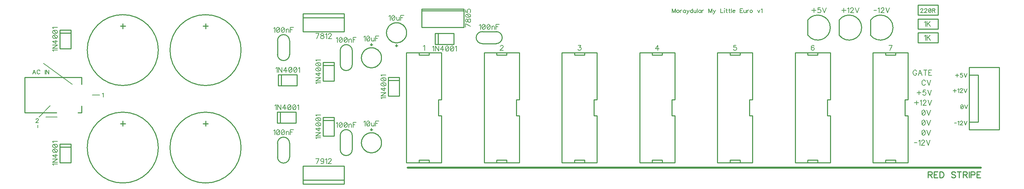
<source format=gto>
G04 DipTrace 3.0.0.1*
G04 moraydular_powerbus_powered_skiff.GTO*
%MOMM*%
G04 #@! TF.FileFunction,Legend,Top*
G04 #@! TF.Part,Single*
%ADD10C,0.25*%
%ADD26C,0.5*%
%ADD27C,0.2032*%
%ADD80C,0.19608*%
%ADD81C,0.23529*%
%ADD82C,0.15686*%
%FSLAX35Y35*%
G04*
G71*
G90*
G75*
G01*
G04 TopSilk*
%LPD*%
X13223878Y4618739D2*
D10*
Y4683001D1*
X12969624Y4618739D2*
X13223878D1*
X12969624D2*
Y4683001D1*
X13223878Y1889001D2*
Y1953263D1*
X12969624D2*
X13223878D1*
X12969624Y1889001D2*
Y1953263D1*
X12652251Y1889001D2*
X13541251D1*
X12652251Y4683001D2*
X13541251D1*
X12652251Y1889001D2*
Y4683001D1*
X13464797Y3489963D2*
X13541251D1*
X13464797Y3082039D2*
Y3489963D1*
Y3082039D2*
X13541251D1*
Y1889001D2*
Y3082039D1*
Y3489963D2*
Y4683001D1*
X21097878Y4618739D2*
Y4683001D1*
X20843624Y4618739D2*
X21097878D1*
X20843624D2*
Y4683001D1*
X21097878Y1889001D2*
Y1953263D1*
X20843624D2*
X21097878D1*
X20843624Y1889001D2*
Y1953263D1*
X20526251Y1889001D2*
X21415251D1*
X20526251Y4683001D2*
X21415251D1*
X20526251Y1889001D2*
Y4683001D1*
X21338797Y3489963D2*
X21415251D1*
X21338797Y3082039D2*
Y3489963D1*
Y3082039D2*
X21415251D1*
Y1889001D2*
Y3082039D1*
Y3489963D2*
Y4683001D1*
X19129378Y4618739D2*
Y4683001D1*
X18875124Y4618739D2*
X19129378D1*
X18875124D2*
Y4683001D1*
X19129378Y1889001D2*
Y1953263D1*
X18875124D2*
X19129378D1*
X18875124Y1889001D2*
Y1953263D1*
X18557751Y1889001D2*
X19446751D1*
X18557751Y4683001D2*
X19446751D1*
X18557751Y1889001D2*
Y4683001D1*
X19370297Y3489963D2*
X19446751D1*
X19370297Y3082039D2*
Y3489963D1*
Y3082039D2*
X19446751D1*
Y1889001D2*
Y3082039D1*
Y3489963D2*
Y4683001D1*
X17160878Y4618739D2*
Y4683001D1*
X16906624Y4618739D2*
X17160878D1*
X16906624D2*
Y4683001D1*
X17160878Y1889001D2*
Y1953263D1*
X16906624D2*
X17160878D1*
X16906624Y1889001D2*
Y1953263D1*
X16589251Y1889001D2*
X17478251D1*
X16589251Y4683001D2*
X17478251D1*
X16589251Y1889001D2*
Y4683001D1*
X17401797Y3489963D2*
X17478251D1*
X17401797Y3082039D2*
Y3489963D1*
Y3082039D2*
X17478251D1*
Y1889001D2*
Y3082039D1*
Y3489963D2*
Y4683001D1*
X15192378Y4618739D2*
Y4683001D1*
X14938124Y4618739D2*
X15192378D1*
X14938124D2*
Y4683001D1*
X15192378Y1889001D2*
Y1953263D1*
X14938124D2*
X15192378D1*
X14938124Y1889001D2*
Y1953263D1*
X14620751Y1889001D2*
X15509751D1*
X14620751Y4683001D2*
X15509751D1*
X14620751Y1889001D2*
Y4683001D1*
X15433297Y3489963D2*
X15509751D1*
X15433297Y3082039D2*
Y3489963D1*
Y3082039D2*
X15509751D1*
Y1889001D2*
Y3082039D1*
Y3489963D2*
Y4683001D1*
X20843767Y5127659D2*
Y5508343D1*
X20844339Y5126897D2*
G03X20844339Y5509104I253481J191104D01*
G01*
X21637517Y5127659D2*
Y5508343D1*
X21638089Y5126897D2*
G03X21638089Y5509104I253481J191104D01*
G01*
X22431267Y5127659D2*
Y5508343D1*
X22431839Y5126897D2*
G03X22431839Y5509104I253481J191104D01*
G01*
X23066378Y4618739D2*
Y4683001D1*
X22812124Y4618739D2*
X23066378D1*
X22812124D2*
Y4683001D1*
X23066378Y1889001D2*
Y1953263D1*
X22812124D2*
X23066378D1*
X22812124Y1889001D2*
Y1953263D1*
X22494751Y1889001D2*
X23383751D1*
X22494751Y4683001D2*
X23383751D1*
X22494751Y1889001D2*
Y4683001D1*
X23307297Y3489963D2*
X23383751D1*
X23307297Y3082039D2*
Y3489963D1*
Y3082039D2*
X23383751D1*
Y1889001D2*
Y3082039D1*
Y3489963D2*
Y4683001D1*
X11069501Y5743681D2*
X12139501D1*
X11069501Y5793501D2*
X12139501D1*
X11069501Y5323501D2*
X12139501D1*
X11069501D2*
Y5793501D1*
X12139501Y5323501D2*
Y5793501D1*
X12601603Y4911601D2*
X12956898D1*
X12601603Y5216401D2*
X12956898D1*
Y4911601D2*
G03X12956898Y5216401I152J152400D01*
G01*
X12601603D2*
G03X12601603Y4911601I-152J-152400D01*
G01*
X10459773Y4861102D2*
X10399728D1*
X10429751Y4831082D2*
Y4891061D1*
X10175751Y5191075D2*
X10176369Y5208787D1*
X10178222Y5226413D1*
X10181301Y5243866D1*
X10185590Y5261062D1*
X10191069Y5277918D1*
X10197710Y5294350D1*
X10205482Y5310279D1*
X10214346Y5325627D1*
X10224260Y5340320D1*
X10235175Y5354286D1*
X10247038Y5367456D1*
X10259791Y5379767D1*
X10273373Y5391159D1*
X10287716Y5401576D1*
X10302751Y5410968D1*
X10318404Y5419288D1*
X10334600Y5426497D1*
X10351260Y5432558D1*
X10368302Y5437443D1*
X10385644Y5441128D1*
X10403200Y5443595D1*
X10420886Y5444831D1*
X10438615D1*
X10456301Y5443595D1*
X10473857Y5441128D1*
X10491199Y5437443D1*
X10508241Y5432558D1*
X10524901Y5426497D1*
X10541097Y5419288D1*
X10556751Y5410968D1*
X10571786Y5401576D1*
X10586129Y5391159D1*
X10599710Y5379767D1*
X10612463Y5367456D1*
X10624326Y5354286D1*
X10635241Y5340320D1*
X10645155Y5325627D1*
X10654019Y5310279D1*
X10661791Y5294350D1*
X10668432Y5277918D1*
X10673911Y5261062D1*
X10678200Y5243866D1*
X10681279Y5226413D1*
X10683132Y5208787D1*
X10683751Y5191075D1*
X10683132Y5173363D1*
X10681279Y5155738D1*
X10678200Y5138284D1*
X10673911Y5121088D1*
X10668432Y5104233D1*
X10661791Y5087800D1*
X10654019Y5071871D1*
X10645155Y5056523D1*
X10635241Y5041830D1*
X10624326Y5027865D1*
X10612463Y5014694D1*
X10599710Y5002383D1*
X10586129Y4990991D1*
X10571786Y4980574D1*
X10556751Y4971182D1*
X10541097Y4962862D1*
X10524901Y4955653D1*
X10508241Y4949592D1*
X10491199Y4944707D1*
X10473857Y4941022D1*
X10456301Y4938556D1*
X10438615Y4937319D1*
X10420886D1*
X10403200Y4938556D1*
X10385644Y4941022D1*
X10368302Y4944707D1*
X10351260Y4949592D1*
X10334600Y4955653D1*
X10318404Y4962862D1*
X10302751Y4971182D1*
X10287716Y4980574D1*
X10273373Y4990991D1*
X10259791Y5002383D1*
X10247038Y5014694D1*
X10235175Y5027865D1*
X10224260Y5041830D1*
X10214346Y5056523D1*
X10205482Y5071871D1*
X10197710Y5087800D1*
X10191069Y5104233D1*
X10185590Y5121088D1*
X10181301Y5138284D1*
X10178222Y5155738D1*
X10176369Y5173363D1*
X10175751Y5191075D1*
X11408706Y4892251D2*
Y5172251D1*
X11413846D2*
X11884156D1*
X11484521Y4892251D2*
Y5172251D1*
X11884156Y4892251D2*
Y5172251D1*
X11413846Y4892251D2*
X11884156D1*
X25688801Y2724661D2*
X24926801D1*
Y4309621D1*
X25688801D1*
Y2724661D1*
X25155401Y2922781D2*
X24926801D1*
Y4111501D1*
X25155401D1*
Y2922781D1*
X10226251Y4053296D2*
X10506251D1*
Y4048156D2*
Y3577846D1*
X10226251Y3977481D2*
X10506251D1*
X10226251Y3577846D2*
X10506251D1*
X10226251Y4048156D2*
Y3577846D1*
X24145293Y5635501D2*
X23638208D1*
Y5889501D2*
Y5635501D1*
X24145293Y5889501D2*
X23638208D1*
X24145293D2*
Y5635501D1*
Y5286251D2*
X23638208D1*
Y5540251D2*
Y5286251D1*
X24145293Y5540251D2*
X23638208D1*
X24145293D2*
Y5286251D1*
Y4937001D2*
X23638208D1*
Y5191001D2*
Y4937001D1*
X24145293Y5191001D2*
X23638208D1*
X24145293D2*
Y4937001D1*
X11255378Y4618739D2*
Y4683001D1*
X11001124Y4618739D2*
X11255378D1*
X11001124D2*
Y4683001D1*
X11255378Y1889001D2*
Y1953263D1*
X11001124D2*
X11255378D1*
X11001124Y1889001D2*
Y1953263D1*
X10683751Y1889001D2*
X11572751D1*
X10683751Y4683001D2*
X11572751D1*
X10683751Y1889001D2*
Y4683001D1*
X11496297Y3489963D2*
X11572751D1*
X11496297Y3082039D2*
Y3489963D1*
Y3082039D2*
X11572751D1*
Y1889001D2*
Y3082039D1*
Y3489963D2*
Y4683001D1*
X1023754Y4053501D2*
Y3153500D1*
X1823802D1*
X2363810D2*
X2463776D1*
Y3328503D1*
Y3878497D2*
Y4053501D1*
X1023754D1*
X8068251Y5571359D2*
X9108251D1*
X8068251Y5671501D2*
X9108251D1*
X8068251Y5211501D2*
X9108251D1*
X8068251D2*
Y5671501D1*
X9108251Y5211501D2*
Y5671501D1*
Y1445143D2*
X8068251D1*
X9108251Y1345001D2*
X8068251D1*
X9108251Y1805001D2*
X8068251D1*
X9108251D2*
Y1345001D1*
X8068251Y1805001D2*
Y1345001D1*
X1907751Y5259796D2*
X2187751D1*
Y5254656D2*
Y4784346D1*
X1907751Y5183981D2*
X2187751D1*
X1907751Y4784346D2*
X2187751D1*
X1907751Y5254656D2*
Y4784346D1*
Y2364296D2*
X2187751D1*
Y2359156D2*
Y1888846D1*
X1907751Y2288481D2*
X2187751D1*
X1907751Y1888846D2*
X2187751D1*
X1907751Y2359156D2*
Y1888846D1*
X7439956Y3844501D2*
Y4124501D1*
X7445096D2*
X7915406D1*
X7515771Y3844501D2*
Y4124501D1*
X7915406Y3844501D2*
Y4124501D1*
X7445096Y3844501D2*
X7915406D1*
X7414456Y2892001D2*
Y3172001D1*
X7419596D2*
X7889906D1*
X7490271Y2892001D2*
Y3172001D1*
X7889906Y2892001D2*
Y3172001D1*
X7419596Y2892001D2*
X7889906D1*
X9764728Y4885899D2*
X9824773D1*
X9794751Y4915919D2*
Y4855941D1*
X9540751Y4555926D2*
X9541369Y4573638D1*
X9543222Y4591263D1*
X9546301Y4608717D1*
X9550590Y4625913D1*
X9556069Y4642768D1*
X9562710Y4659201D1*
X9570482Y4675130D1*
X9579346Y4690478D1*
X9589260Y4705171D1*
X9600175Y4719136D1*
X9612038Y4732307D1*
X9624791Y4744618D1*
X9638373Y4756010D1*
X9652716Y4766427D1*
X9667751Y4775819D1*
X9683404Y4784139D1*
X9699600Y4791348D1*
X9716260Y4797409D1*
X9733302Y4802294D1*
X9750644Y4805979D1*
X9768200Y4808445D1*
X9785886Y4809682D1*
X9803615D1*
X9821301Y4808445D1*
X9838857Y4805979D1*
X9856199Y4802294D1*
X9873241Y4797409D1*
X9889901Y4791348D1*
X9906097Y4784139D1*
X9921751Y4775819D1*
X9936786Y4766427D1*
X9951129Y4756010D1*
X9964710Y4744618D1*
X9977463Y4732307D1*
X9989326Y4719136D1*
X10000241Y4705171D1*
X10010155Y4690478D1*
X10019019Y4675130D1*
X10026791Y4659201D1*
X10033432Y4642768D1*
X10038911Y4625913D1*
X10043200Y4608717D1*
X10046279Y4591263D1*
X10048132Y4573638D1*
X10048751Y4555926D1*
X10048132Y4538214D1*
X10046279Y4520588D1*
X10043200Y4503135D1*
X10038911Y4485939D1*
X10033432Y4469083D1*
X10026791Y4452651D1*
X10019019Y4436722D1*
X10010155Y4421374D1*
X10000241Y4406681D1*
X9989326Y4392715D1*
X9977463Y4379545D1*
X9964710Y4367234D1*
X9951129Y4355842D1*
X9936786Y4345425D1*
X9921751Y4336033D1*
X9906097Y4327713D1*
X9889901Y4320504D1*
X9873241Y4314443D1*
X9856199Y4309558D1*
X9838857Y4305873D1*
X9821301Y4303406D1*
X9803615Y4302170D1*
X9785886D1*
X9768200Y4303406D1*
X9750644Y4305873D1*
X9733302Y4309558D1*
X9716260Y4314443D1*
X9699600Y4320504D1*
X9683404Y4327713D1*
X9667751Y4336033D1*
X9652716Y4345425D1*
X9638373Y4355842D1*
X9624791Y4367234D1*
X9612038Y4379545D1*
X9600175Y4392715D1*
X9589260Y4406681D1*
X9579346Y4421374D1*
X9570482Y4436722D1*
X9562710Y4452651D1*
X9556069Y4469083D1*
X9550590Y4485939D1*
X9546301Y4503135D1*
X9543222Y4520588D1*
X9541369Y4538214D1*
X9540751Y4555926D1*
X9764728Y2726899D2*
X9824773D1*
X9794751Y2756919D2*
Y2696941D1*
X9540751Y2396926D2*
X9541369Y2414638D1*
X9543222Y2432263D1*
X9546301Y2449717D1*
X9550590Y2466913D1*
X9556069Y2483768D1*
X9562710Y2500201D1*
X9570482Y2516130D1*
X9579346Y2531478D1*
X9589260Y2546171D1*
X9600175Y2560136D1*
X9612038Y2573307D1*
X9624791Y2585618D1*
X9638373Y2597010D1*
X9652716Y2607427D1*
X9667751Y2616819D1*
X9683404Y2625139D1*
X9699600Y2632348D1*
X9716260Y2638409D1*
X9733302Y2643294D1*
X9750644Y2646979D1*
X9768200Y2649445D1*
X9785886Y2650682D1*
X9803615D1*
X9821301Y2649445D1*
X9838857Y2646979D1*
X9856199Y2643294D1*
X9873241Y2638409D1*
X9889901Y2632348D1*
X9906097Y2625139D1*
X9921751Y2616819D1*
X9936786Y2607427D1*
X9951129Y2597010D1*
X9964710Y2585618D1*
X9977463Y2573307D1*
X9989326Y2560136D1*
X10000241Y2546171D1*
X10010155Y2531478D1*
X10019019Y2516130D1*
X10026791Y2500201D1*
X10033432Y2483768D1*
X10038911Y2466913D1*
X10043200Y2449717D1*
X10046279Y2432263D1*
X10048132Y2414638D1*
X10048751Y2396926D1*
X10048132Y2379214D1*
X10046279Y2361588D1*
X10043200Y2344135D1*
X10038911Y2326939D1*
X10033432Y2310083D1*
X10026791Y2293651D1*
X10019019Y2277722D1*
X10010155Y2262374D1*
X10000241Y2247681D1*
X9989326Y2233715D1*
X9977463Y2220545D1*
X9964710Y2208234D1*
X9951129Y2196842D1*
X9936786Y2186425D1*
X9921751Y2177033D1*
X9906097Y2168713D1*
X9889901Y2161504D1*
X9873241Y2155443D1*
X9856199Y2150558D1*
X9838857Y2146873D1*
X9821301Y2144406D1*
X9803615Y2143170D1*
X9785886D1*
X9768200Y2144406D1*
X9750644Y2146873D1*
X9733302Y2150558D1*
X9716260Y2155443D1*
X9699600Y2161504D1*
X9683404Y2168713D1*
X9667751Y2177033D1*
X9652716Y2186425D1*
X9638373Y2196842D1*
X9624791Y2208234D1*
X9612038Y2220545D1*
X9600175Y2233715D1*
X9589260Y2247681D1*
X9579346Y2262374D1*
X9570482Y2277722D1*
X9562710Y2293651D1*
X9556069Y2310083D1*
X9550590Y2326939D1*
X9546301Y2344135D1*
X9543222Y2361588D1*
X9541369Y2379214D1*
X9540751Y2396926D1*
X3502067Y3846901D2*
G02X3502067Y3846901I0J900000D01*
G01*
X3439247Y5356381D2*
X3565247D1*
X3502247Y5419381D2*
Y5293381D1*
X3502067Y1370401D2*
G02X3502067Y1370401I0J900000D01*
G01*
X3439247Y2879881D2*
X3565247D1*
X3502247Y2942881D2*
Y2816881D1*
X5597567Y3846901D2*
G02X5597567Y3846901I0J900000D01*
G01*
X5534747Y5356381D2*
X5660747D1*
X5597747Y5419381D2*
Y5293381D1*
X5597567Y1370401D2*
G02X5597567Y1370401I0J900000D01*
G01*
X5534747Y2879881D2*
X5660747D1*
X5597747Y2942881D2*
Y2816881D1*
X8575251Y4434296D2*
X8855251D1*
Y4429156D2*
Y3958846D1*
X8575251Y4358481D2*
X8855251D1*
X8575251Y3958846D2*
X8855251D1*
X8575251Y4429156D2*
Y3958846D1*
Y3037296D2*
X8855251D1*
Y3032156D2*
Y2561846D1*
X8575251Y2961481D2*
X8855251D1*
X8575251Y2561846D2*
X8855251D1*
X8575251Y3032156D2*
Y2561846D1*
X9007351Y2574648D2*
Y2219353D1*
X9312151Y2574648D2*
Y2219353D1*
X9007351D2*
G03X9312151Y2219353I152400J-152D01*
G01*
Y2574648D2*
G03X9007351Y2574648I-152400J152D01*
G01*
Y4733648D2*
Y4378353D1*
X9312151Y4733648D2*
Y4378353D1*
X9007351D2*
G03X9312151Y4378353I152400J-152D01*
G01*
Y4733648D2*
G03X9007351Y4733648I-152400J152D01*
G01*
X7419851Y2384148D2*
Y2028853D1*
X7724651Y2384148D2*
Y2028853D1*
X7419851D2*
G03X7724651Y2028853I152400J-152D01*
G01*
Y2384148D2*
G03X7419851Y2384148I-152400J152D01*
G01*
Y4987648D2*
Y4632353D1*
X7724651Y4987648D2*
Y4632353D1*
X7419851D2*
G03X7724651Y4632353I152400J-152D01*
G01*
Y4987648D2*
G03X7419851Y4987648I-152400J152D01*
G01*
X10715501Y1762001D2*
D26*
X25225251D1*
X2730374Y3603501D2*
D27*
X2920877D1*
X1666751Y3333627D2*
X1381001Y3047877D1*
X1841377D2*
X1555624D1*
X1348611Y2841541D2*
Y2778034D1*
X1491501Y4413331D2*
X2221827Y3873524D1*
X13060391Y4838524D2*
D80*
Y4844560D1*
X13066427Y4856774D1*
X13072464Y4862810D1*
X13084677Y4868847D1*
X13108964D1*
X13121037Y4862810D1*
X13127074Y4856774D1*
X13133251Y4844560D1*
Y4832487D1*
X13127074Y4820274D1*
X13115001Y4802164D1*
X13054214Y4741378D1*
X13139287D1*
X21004162Y4850737D2*
X20998126Y4862810D1*
X20979876Y4868847D1*
X20967802D1*
X20949552Y4862810D1*
X20937339Y4844560D1*
X20931302Y4814237D1*
Y4783914D1*
X20937339Y4759628D1*
X20949552Y4747414D1*
X20967802Y4741378D1*
X20973839D1*
X20991949Y4747414D1*
X21004162Y4759628D1*
X21010199Y4777878D1*
Y4783914D1*
X21004162Y4802164D1*
X20991949Y4814237D1*
X20973839Y4820274D1*
X20967802D1*
X20949552Y4814237D1*
X20937339Y4802164D1*
X20931302Y4783914D1*
X19032574Y4868847D2*
X18971927D1*
X18965891Y4814237D1*
X18971927Y4820274D1*
X18990177Y4826451D1*
X19008287D1*
X19026537Y4820274D1*
X19038751Y4808201D1*
X19044787Y4789951D1*
Y4777878D1*
X19038751Y4759628D1*
X19026537Y4747414D1*
X19008287Y4741378D1*
X18990177D1*
X18971927Y4747414D1*
X18965891Y4753591D1*
X18959714Y4765664D1*
X17048982Y4741378D2*
Y4868847D1*
X16988196Y4783914D1*
X17079305D1*
X15034927Y4868847D2*
X15101610D1*
X15065251Y4820274D1*
X15083501D1*
X15095574Y4814237D1*
X15101610Y4808201D1*
X15107787Y4789951D1*
Y4777878D1*
X15101610Y4759628D1*
X15089537Y4747414D1*
X15071287Y4741378D1*
X15053037D1*
X15034927Y4747414D1*
X15028891Y4753591D1*
X15022714Y4765664D1*
X20999122Y5812240D2*
Y5702880D1*
X20944512Y5757490D2*
X21053872D1*
X21165947Y5821295D2*
X21105301D1*
X21099264Y5766685D1*
X21105301Y5772722D1*
X21123551Y5778898D1*
X21141660D1*
X21159910Y5772722D1*
X21172124Y5760648D1*
X21178160Y5742398D1*
Y5730325D1*
X21172124Y5712075D1*
X21159910Y5699862D1*
X21141660Y5693825D1*
X21123551D1*
X21105301Y5699862D1*
X21099264Y5706039D1*
X21093087Y5718112D1*
X21217376Y5821435D2*
X21265949Y5693825D1*
X21314522Y5821435D1*
X21758032Y5812240D2*
Y5702880D1*
X21703423Y5757490D2*
X21812782D1*
X21851998Y5797008D2*
X21864211Y5803185D1*
X21882461Y5821295D1*
Y5693825D1*
X21927854Y5790972D2*
Y5797008D1*
X21933890Y5809222D1*
X21939927Y5815258D1*
X21952140Y5821295D1*
X21976427D1*
X21988500Y5815258D1*
X21994537Y5809222D1*
X22000714Y5797008D1*
Y5784935D1*
X21994537Y5772722D1*
X21982464Y5754612D1*
X21921677Y5693825D1*
X22006750D1*
X22045966Y5821435D2*
X22094539Y5693825D1*
X22143112Y5821435D1*
X22516756Y5757560D2*
X22586948D1*
X22626164Y5797008D2*
X22638378Y5803185D1*
X22656628Y5821295D1*
Y5693825D1*
X22702020Y5790972D2*
Y5797008D1*
X22708057Y5809222D1*
X22714093Y5815258D1*
X22726307Y5821295D1*
X22750593D1*
X22762666Y5815258D1*
X22768703Y5809222D1*
X22774880Y5797008D1*
Y5784935D1*
X22768703Y5772722D1*
X22756630Y5754612D1*
X22695843Y5693825D1*
X22780916D1*
X22820132Y5821435D2*
X22868705Y5693825D1*
X22917278Y5821435D1*
X22921001Y4741378D2*
X22981787Y4868847D1*
X22896714D1*
X12310185Y5353888D2*
X12182716Y5414674D1*
Y5329601D1*
Y5484213D2*
X12188753Y5466103D1*
X12200826Y5459927D1*
X12213039D1*
X12225112Y5466103D1*
X12231289Y5478176D1*
X12237326Y5502463D1*
X12243362Y5520713D1*
X12255576Y5532786D1*
X12267649Y5538823D1*
X12285899D1*
X12297972Y5532786D1*
X12304149Y5526749D1*
X12310185Y5508499D1*
Y5484213D1*
X12304149Y5466103D1*
X12297972Y5459926D1*
X12285899Y5453890D1*
X12267649D1*
X12255576Y5459926D1*
X12243362Y5472140D1*
X12237326Y5490250D1*
X12231289Y5514536D1*
X12225112Y5526750D1*
X12213039Y5532786D1*
X12200826D1*
X12188753Y5526750D1*
X12182716Y5508500D1*
Y5484213D1*
Y5614538D2*
X12188753Y5596288D1*
X12207003Y5584075D1*
X12237326Y5578038D1*
X12255576D1*
X12285899Y5584075D1*
X12304149Y5596288D1*
X12310185Y5614538D1*
Y5626611D1*
X12304149Y5644861D1*
X12285899Y5656934D1*
X12255576Y5663111D1*
X12237326D1*
X12207003Y5656934D1*
X12188753Y5644861D1*
X12182716Y5626611D1*
Y5614538D1*
X12207003Y5656934D2*
X12285899Y5584075D1*
X12182716Y5775187D2*
Y5714540D1*
X12237326Y5708504D1*
X12231289Y5714540D1*
X12225112Y5732790D1*
Y5750900D1*
X12231289Y5769150D1*
X12243362Y5781364D1*
X12261612Y5787400D1*
X12273685D1*
X12291935Y5781363D1*
X12304149Y5769150D1*
X12310185Y5750900D1*
Y5732790D1*
X12304149Y5714540D1*
X12297972Y5708504D1*
X12285899Y5702327D1*
X12527585Y5377960D2*
X12539798Y5384137D1*
X12558048Y5402247D1*
Y5274778D1*
X12633764Y5402247D2*
X12615514Y5396210D1*
X12603300Y5377960D1*
X12597264Y5347637D1*
Y5329387D1*
X12603300Y5299064D1*
X12615514Y5280814D1*
X12633764Y5274778D1*
X12645837D1*
X12664087Y5280814D1*
X12676160Y5299064D1*
X12682337Y5329387D1*
Y5347637D1*
X12676160Y5377960D1*
X12664087Y5396210D1*
X12645837Y5402247D1*
X12633764D1*
X12676160Y5377960D2*
X12603300Y5299064D1*
X12758052Y5402247D2*
X12739802Y5396210D1*
X12727589Y5377960D1*
X12721552Y5347637D1*
Y5329387D1*
X12727589Y5299064D1*
X12739802Y5280814D1*
X12758052Y5274778D1*
X12770126D1*
X12788376Y5280814D1*
X12800449Y5299064D1*
X12806626Y5329387D1*
Y5347637D1*
X12800449Y5377960D1*
X12788376Y5396210D1*
X12770126Y5402247D1*
X12758052D1*
X12800449Y5377960D2*
X12727589Y5299064D1*
X12845841Y5359851D2*
Y5274778D1*
Y5335564D2*
X12864091Y5353814D1*
X12876305Y5359851D1*
X12894414D1*
X12906628Y5353814D1*
X12912664Y5335564D1*
Y5274778D1*
X13030917Y5402387D2*
X12951880D1*
Y5274778D1*
Y5341601D2*
X13000453D1*
X10240229Y5606545D2*
X10252442Y5612722D1*
X10270692Y5630832D1*
Y5503363D1*
X10346408Y5630832D2*
X10328158Y5624795D1*
X10315945Y5606545D1*
X10309908Y5576222D1*
Y5557972D1*
X10315945Y5527649D1*
X10328158Y5509399D1*
X10346408Y5503363D1*
X10358481D1*
X10376731Y5509399D1*
X10388804Y5527649D1*
X10394981Y5557972D1*
Y5576222D1*
X10388804Y5606545D1*
X10376731Y5624795D1*
X10358481Y5630832D1*
X10346408D1*
X10388804Y5606545D2*
X10315945Y5527649D1*
X10434197Y5588436D2*
Y5527649D1*
X10440233Y5509539D1*
X10452447Y5503363D1*
X10470697D1*
X10482770Y5509539D1*
X10501020Y5527649D1*
Y5588436D2*
Y5503363D1*
X10619272Y5630972D2*
X10540236D1*
Y5503363D1*
Y5570186D2*
X10588809D1*
X11347333Y4824749D2*
X11359547Y4830925D1*
X11377797Y4849035D1*
Y4721566D1*
X11502086Y4849175D2*
Y4721566D1*
X11417013Y4849175D1*
Y4721566D1*
X11602088D2*
Y4849035D1*
X11541301Y4764102D1*
X11632411D1*
X11708127Y4849035D2*
X11689877Y4842999D1*
X11677663Y4824749D1*
X11671627Y4794425D1*
Y4776175D1*
X11677663Y4745852D1*
X11689877Y4727602D1*
X11708127Y4721566D1*
X11720200D1*
X11738450Y4727602D1*
X11750523Y4745852D1*
X11756700Y4776175D1*
Y4794425D1*
X11750523Y4824749D1*
X11738450Y4842999D1*
X11720200Y4849035D1*
X11708127D1*
X11750523Y4824749D2*
X11677663Y4745852D1*
X11832415Y4849035D2*
X11814165Y4842999D1*
X11801952Y4824749D1*
X11795915Y4794425D1*
Y4776175D1*
X11801952Y4745852D1*
X11814165Y4727602D1*
X11832415Y4721566D1*
X11844488D1*
X11862738Y4727602D1*
X11874812Y4745852D1*
X11880988Y4776175D1*
Y4794425D1*
X11874812Y4824749D1*
X11862738Y4842999D1*
X11844488Y4849035D1*
X11832415D1*
X11874812Y4824749D2*
X11801952Y4745852D1*
X11920204Y4824749D2*
X11932418Y4830925D1*
X11950668Y4849035D1*
Y4721566D1*
X10064691Y3511334D2*
X10058514Y3523547D1*
X10040404Y3541797D1*
X10167874D1*
X10040264Y3666086D2*
X10167874D1*
X10040264Y3581013D1*
X10167874D1*
Y3766088D2*
X10040404D1*
X10125337Y3705301D1*
Y3796411D1*
X10040404Y3872127D2*
X10046441Y3853877D1*
X10064691Y3841663D1*
X10095014Y3835627D1*
X10113264D1*
X10143587Y3841663D1*
X10161837Y3853877D1*
X10167874Y3872127D1*
Y3884200D1*
X10161837Y3902450D1*
X10143587Y3914523D1*
X10113264Y3920700D1*
X10095014D1*
X10064691Y3914523D1*
X10046441Y3902450D1*
X10040404Y3884200D1*
Y3872127D1*
X10064691Y3914523D2*
X10143587Y3841663D1*
X10040404Y3996415D2*
X10046441Y3978165D1*
X10064691Y3965952D1*
X10095014Y3959915D1*
X10113264D1*
X10143587Y3965952D1*
X10161837Y3978165D1*
X10167874Y3996415D1*
Y4008488D1*
X10161837Y4026738D1*
X10143587Y4038812D1*
X10113264Y4044989D1*
X10095014D1*
X10064691Y4038812D1*
X10046441Y4026739D1*
X10040404Y4008489D1*
Y3996415D1*
X10064691Y4038812D2*
X10143587Y3965952D1*
X10064691Y4084204D2*
X10058514Y4096418D1*
X10040404Y4114668D1*
X10167874D1*
X11113019Y4844560D2*
X11125232Y4850737D1*
X11143482Y4868847D1*
Y4741378D1*
X8410942Y5040816D2*
X8471729Y5168285D1*
X8386656D1*
X8541268D2*
X8523158Y5162249D1*
X8516981Y5150175D1*
Y5137962D1*
X8523158Y5125889D1*
X8535231Y5119712D1*
X8559518Y5113675D1*
X8577768Y5107639D1*
X8589841Y5095425D1*
X8595877Y5083352D1*
Y5065102D1*
X8589841Y5053029D1*
X8583804Y5046852D1*
X8565554Y5040816D1*
X8541268D1*
X8523158Y5046852D1*
X8516981Y5053029D1*
X8510945Y5065102D1*
Y5083352D1*
X8516981Y5095425D1*
X8529195Y5107639D1*
X8547304Y5113675D1*
X8571591Y5119712D1*
X8583804Y5125889D1*
X8589841Y5137962D1*
Y5150175D1*
X8583804Y5162249D1*
X8565554Y5168285D1*
X8541268D1*
X8635093Y5143999D2*
X8647306Y5150175D1*
X8665556Y5168285D1*
Y5040816D1*
X8710949Y5137962D2*
Y5143999D1*
X8716986Y5156212D1*
X8723022Y5162249D1*
X8735236Y5168285D1*
X8759522D1*
X8771595Y5162249D1*
X8777632Y5156212D1*
X8783809Y5143999D1*
Y5131925D1*
X8777632Y5119712D1*
X8765559Y5101602D1*
X8704772Y5040816D1*
X8789845D1*
X8413890Y1863378D2*
X8474677Y1990847D1*
X8389604D1*
X8592929Y1948451D2*
X8586752Y1930201D1*
X8574679Y1917987D1*
X8556429Y1911951D1*
X8550393D1*
X8532143Y1917987D1*
X8520070Y1930201D1*
X8513893Y1948451D1*
Y1954487D1*
X8520070Y1972737D1*
X8532143Y1984810D1*
X8550393Y1990847D1*
X8556429D1*
X8574679Y1984810D1*
X8586752Y1972737D1*
X8592929Y1948451D1*
Y1917987D1*
X8586752Y1887664D1*
X8574679Y1869414D1*
X8556429Y1863378D1*
X8544356D1*
X8526106Y1869414D1*
X8520070Y1881628D1*
X8632145Y1966560D2*
X8644358Y1972737D1*
X8662608Y1990847D1*
Y1863378D1*
X8708001Y1960524D2*
Y1966560D1*
X8714038Y1978774D1*
X8720074Y1984810D1*
X8732288Y1990847D1*
X8756574D1*
X8768647Y1984810D1*
X8774684Y1978774D1*
X8780861Y1966560D1*
Y1954487D1*
X8774684Y1942274D1*
X8762611Y1924164D1*
X8701824Y1863378D1*
X8786897D1*
X1746191Y4717834D2*
X1740014Y4730047D1*
X1721904Y4748297D1*
X1849374D1*
X1721764Y4872586D2*
X1849374D1*
X1721764Y4787513D1*
X1849374D1*
Y4972588D2*
X1721904D1*
X1806837Y4911801D1*
Y5002911D1*
X1721904Y5078627D2*
X1727941Y5060377D1*
X1746191Y5048163D1*
X1776514Y5042127D1*
X1794764D1*
X1825087Y5048163D1*
X1843337Y5060377D1*
X1849374Y5078627D1*
Y5090700D1*
X1843337Y5108950D1*
X1825087Y5121023D1*
X1794764Y5127200D1*
X1776514D1*
X1746191Y5121023D1*
X1727941Y5108950D1*
X1721904Y5090700D1*
Y5078627D1*
X1746191Y5121023D2*
X1825087Y5048163D1*
X1721904Y5202915D2*
X1727941Y5184665D1*
X1746191Y5172452D1*
X1776514Y5166415D1*
X1794764D1*
X1825087Y5172452D1*
X1843337Y5184665D1*
X1849374Y5202915D1*
Y5214988D1*
X1843337Y5233238D1*
X1825087Y5245312D1*
X1794764Y5251489D1*
X1776514D1*
X1746191Y5245312D1*
X1727941Y5233239D1*
X1721904Y5214989D1*
Y5202915D1*
X1746191Y5245312D2*
X1825087Y5172452D1*
X1746191Y5290704D2*
X1740014Y5302918D1*
X1721904Y5321168D1*
X1849374D1*
X1746191Y1822334D2*
X1740014Y1834547D1*
X1721904Y1852797D1*
X1849374D1*
X1721764Y1977086D2*
X1849374D1*
X1721764Y1892013D1*
X1849374D1*
Y2077088D2*
X1721904D1*
X1806837Y2016301D1*
Y2107411D1*
X1721904Y2183127D2*
X1727941Y2164877D1*
X1746191Y2152663D1*
X1776514Y2146627D1*
X1794764D1*
X1825087Y2152663D1*
X1843337Y2164877D1*
X1849374Y2183127D1*
Y2195200D1*
X1843337Y2213450D1*
X1825087Y2225523D1*
X1794764Y2231700D1*
X1776514D1*
X1746191Y2225523D1*
X1727941Y2213450D1*
X1721904Y2195200D1*
Y2183127D1*
X1746191Y2225523D2*
X1825087Y2152663D1*
X1721904Y2307415D2*
X1727941Y2289165D1*
X1746191Y2276952D1*
X1776514Y2270915D1*
X1794764D1*
X1825087Y2276952D1*
X1843337Y2289165D1*
X1849374Y2307415D1*
Y2319488D1*
X1843337Y2337738D1*
X1825087Y2349812D1*
X1794764Y2355989D1*
X1776514D1*
X1746191Y2349812D1*
X1727941Y2337739D1*
X1721904Y2319489D1*
Y2307415D1*
X1746191Y2349812D2*
X1825087Y2276952D1*
X1746191Y2395204D2*
X1740014Y2407418D1*
X1721904Y2425668D1*
X1849374D1*
X7378583Y4286060D2*
X7390797Y4292237D1*
X7409047Y4310347D1*
Y4182878D1*
X7533336Y4310487D2*
Y4182878D1*
X7448263Y4310487D1*
Y4182878D1*
X7633338D2*
Y4310347D1*
X7572551Y4225414D1*
X7663661D1*
X7739377Y4310347D2*
X7721127Y4304310D1*
X7708913Y4286060D1*
X7702877Y4255737D1*
Y4237487D1*
X7708913Y4207164D1*
X7721127Y4188914D1*
X7739377Y4182878D1*
X7751450D1*
X7769700Y4188914D1*
X7781773Y4207164D1*
X7787950Y4237487D1*
Y4255737D1*
X7781773Y4286060D1*
X7769700Y4304310D1*
X7751450Y4310347D1*
X7739377D1*
X7781773Y4286060D2*
X7708913Y4207164D1*
X7863665Y4310347D2*
X7845415Y4304310D1*
X7833202Y4286060D1*
X7827165Y4255737D1*
Y4237487D1*
X7833202Y4207164D1*
X7845415Y4188914D1*
X7863665Y4182878D1*
X7875738D1*
X7893988Y4188914D1*
X7906062Y4207164D1*
X7912238Y4237487D1*
Y4255737D1*
X7906062Y4286060D1*
X7893988Y4304310D1*
X7875738Y4310347D1*
X7863665D1*
X7906062Y4286060D2*
X7833202Y4207164D1*
X7951454Y4286060D2*
X7963668Y4292237D1*
X7981918Y4310347D1*
Y4182878D1*
X7353083Y3333560D2*
X7365297Y3339737D1*
X7383547Y3357847D1*
Y3230378D1*
X7507836Y3357987D2*
Y3230378D1*
X7422763Y3357987D1*
Y3230378D1*
X7607838D2*
Y3357847D1*
X7547051Y3272914D1*
X7638161D1*
X7713877Y3357847D2*
X7695627Y3351810D1*
X7683413Y3333560D1*
X7677377Y3303237D1*
Y3284987D1*
X7683413Y3254664D1*
X7695627Y3236414D1*
X7713877Y3230378D1*
X7725950D1*
X7744200Y3236414D1*
X7756273Y3254664D1*
X7762450Y3284987D1*
Y3303237D1*
X7756273Y3333560D1*
X7744200Y3351810D1*
X7725950Y3357847D1*
X7713877D1*
X7756273Y3333560D2*
X7683413Y3254664D1*
X7838165Y3357847D2*
X7819915Y3351810D1*
X7807702Y3333560D1*
X7801665Y3303237D1*
Y3284987D1*
X7807702Y3254664D1*
X7819915Y3236414D1*
X7838165Y3230378D1*
X7850238D1*
X7868488Y3236414D1*
X7880562Y3254664D1*
X7886738Y3284987D1*
Y3303237D1*
X7880562Y3333560D1*
X7868488Y3351810D1*
X7850238Y3357847D1*
X7838165D1*
X7880562Y3333560D2*
X7807702Y3254664D1*
X7925954Y3333560D2*
X7938168Y3339737D1*
X7956418Y3357847D1*
Y3230378D1*
X9605229Y5077479D2*
X9617442Y5083655D1*
X9635692Y5101765D1*
Y4974296D1*
X9711408Y5101765D2*
X9693158Y5095729D1*
X9680945Y5077479D1*
X9674908Y5047155D1*
Y5028905D1*
X9680945Y4998582D1*
X9693158Y4980332D1*
X9711408Y4974296D1*
X9723481D1*
X9741731Y4980332D1*
X9753804Y4998582D1*
X9759981Y5028905D1*
Y5047155D1*
X9753804Y5077479D1*
X9741731Y5095729D1*
X9723481Y5101765D1*
X9711408D1*
X9753804Y5077479D2*
X9680945Y4998582D1*
X9799197Y5059369D2*
Y4998582D1*
X9805233Y4980473D1*
X9817447Y4974296D1*
X9835697D1*
X9847770Y4980473D1*
X9866020Y4998582D1*
Y5059369D2*
Y4974296D1*
X9984272Y5101905D2*
X9905236D1*
Y4974296D1*
Y5041119D2*
X9953809D1*
X9605229Y2918479D2*
X9617442Y2924655D1*
X9635692Y2942765D1*
Y2815296D1*
X9711408Y2942765D2*
X9693158Y2936729D1*
X9680945Y2918479D1*
X9674908Y2888155D1*
Y2869905D1*
X9680945Y2839582D1*
X9693158Y2821332D1*
X9711408Y2815296D1*
X9723481D1*
X9741731Y2821332D1*
X9753804Y2839582D1*
X9759981Y2869905D1*
Y2888155D1*
X9753804Y2918479D1*
X9741731Y2936729D1*
X9723481Y2942765D1*
X9711408D1*
X9753804Y2918479D2*
X9680945Y2839582D1*
X9799197Y2900369D2*
Y2839582D1*
X9805233Y2821473D1*
X9817447Y2815296D1*
X9835697D1*
X9847770Y2821473D1*
X9866020Y2839582D1*
Y2900369D2*
Y2815296D1*
X9984272Y2942905D2*
X9905236D1*
Y2815296D1*
Y2882119D2*
X9953809D1*
X8413691Y3892334D2*
X8407514Y3904547D1*
X8389404Y3922797D1*
X8516874D1*
X8389264Y4047086D2*
X8516874D1*
X8389264Y3962013D1*
X8516874D1*
Y4147088D2*
X8389404D1*
X8474337Y4086301D1*
Y4177411D1*
X8389404Y4253127D2*
X8395441Y4234877D1*
X8413691Y4222663D1*
X8444014Y4216627D1*
X8462264D1*
X8492587Y4222663D1*
X8510837Y4234877D1*
X8516874Y4253127D1*
Y4265200D1*
X8510837Y4283450D1*
X8492587Y4295523D1*
X8462264Y4301700D1*
X8444014D1*
X8413691Y4295523D1*
X8395441Y4283450D1*
X8389404Y4265200D1*
Y4253127D1*
X8413691Y4295523D2*
X8492587Y4222663D1*
X8389404Y4377415D2*
X8395441Y4359165D1*
X8413691Y4346952D1*
X8444014Y4340915D1*
X8462264D1*
X8492587Y4346952D1*
X8510837Y4359165D1*
X8516874Y4377415D1*
Y4389488D1*
X8510837Y4407738D1*
X8492587Y4419812D1*
X8462264Y4425989D1*
X8444014D1*
X8413691Y4419812D1*
X8395441Y4407739D1*
X8389404Y4389489D1*
Y4377415D1*
X8413691Y4419812D2*
X8492587Y4346952D1*
X8413691Y4465204D2*
X8407514Y4477418D1*
X8389404Y4495668D1*
X8516874D1*
X8413691Y2495334D2*
X8407514Y2507547D1*
X8389404Y2525797D1*
X8516874D1*
X8389264Y2650086D2*
X8516874D1*
X8389264Y2565013D1*
X8516874D1*
Y2750088D2*
X8389404D1*
X8474337Y2689301D1*
Y2780411D1*
X8389404Y2856127D2*
X8395441Y2837877D1*
X8413691Y2825663D1*
X8444014Y2819627D1*
X8462264D1*
X8492587Y2825663D1*
X8510837Y2837877D1*
X8516874Y2856127D1*
Y2868200D1*
X8510837Y2886450D1*
X8492587Y2898523D1*
X8462264Y2904700D1*
X8444014D1*
X8413691Y2898523D1*
X8395441Y2886450D1*
X8389404Y2868200D1*
Y2856127D1*
X8413691Y2898523D2*
X8492587Y2825663D1*
X8389404Y2980415D2*
X8395441Y2962165D1*
X8413691Y2949952D1*
X8444014Y2943915D1*
X8462264D1*
X8492587Y2949952D1*
X8510837Y2962165D1*
X8516874Y2980415D1*
Y2992488D1*
X8510837Y3010738D1*
X8492587Y3022812D1*
X8462264Y3028989D1*
X8444014D1*
X8413691Y3022812D1*
X8395441Y3010739D1*
X8389404Y2992489D1*
Y2980415D1*
X8413691Y3022812D2*
X8492587Y2949952D1*
X8413691Y3068204D2*
X8407514Y3080418D1*
X8389404Y3098668D1*
X8516874D1*
X8908085Y2888760D2*
X8920298Y2894937D1*
X8938548Y2913047D1*
Y2785578D1*
X9014264Y2913047D2*
X8996014Y2907010D1*
X8983800Y2888760D1*
X8977764Y2858437D1*
Y2840187D1*
X8983800Y2809864D1*
X8996014Y2791614D1*
X9014264Y2785578D1*
X9026337D1*
X9044587Y2791614D1*
X9056660Y2809864D1*
X9062837Y2840187D1*
Y2858437D1*
X9056660Y2888760D1*
X9044587Y2907010D1*
X9026337Y2913047D1*
X9014264D1*
X9056660Y2888760D2*
X8983800Y2809864D1*
X9138552Y2913047D2*
X9120302Y2907010D1*
X9108089Y2888760D1*
X9102052Y2858437D1*
Y2840187D1*
X9108089Y2809864D1*
X9120302Y2791614D1*
X9138552Y2785578D1*
X9150626D1*
X9168876Y2791614D1*
X9180949Y2809864D1*
X9187126Y2840187D1*
Y2858437D1*
X9180949Y2888760D1*
X9168876Y2907010D1*
X9150626Y2913047D1*
X9138552D1*
X9180949Y2888760D2*
X9108089Y2809864D1*
X9226341Y2870651D2*
Y2785578D1*
Y2846364D2*
X9244591Y2864614D1*
X9256805Y2870651D1*
X9274914D1*
X9287128Y2864614D1*
X9293164Y2846364D1*
Y2785578D1*
X9411417Y2913187D2*
X9332380D1*
Y2785578D1*
Y2852401D2*
X9380953D1*
X8908085Y5047760D2*
X8920298Y5053937D1*
X8938548Y5072047D1*
Y4944578D1*
X9014264Y5072047D2*
X8996014Y5066010D1*
X8983800Y5047760D1*
X8977764Y5017437D1*
Y4999187D1*
X8983800Y4968864D1*
X8996014Y4950614D1*
X9014264Y4944578D1*
X9026337D1*
X9044587Y4950614D1*
X9056660Y4968864D1*
X9062837Y4999187D1*
Y5017437D1*
X9056660Y5047760D1*
X9044587Y5066010D1*
X9026337Y5072047D1*
X9014264D1*
X9056660Y5047760D2*
X8983800Y4968864D1*
X9138552Y5072047D2*
X9120302Y5066010D1*
X9108089Y5047760D1*
X9102052Y5017437D1*
Y4999187D1*
X9108089Y4968864D1*
X9120302Y4950614D1*
X9138552Y4944578D1*
X9150626D1*
X9168876Y4950614D1*
X9180949Y4968864D1*
X9187126Y4999187D1*
Y5017437D1*
X9180949Y5047760D1*
X9168876Y5066010D1*
X9150626Y5072047D1*
X9138552D1*
X9180949Y5047760D2*
X9108089Y4968864D1*
X9226341Y5029651D2*
Y4944578D1*
Y5005364D2*
X9244591Y5023614D1*
X9256805Y5029651D1*
X9274914D1*
X9287128Y5023614D1*
X9293164Y5005364D1*
Y4944578D1*
X9411417Y5072187D2*
X9332380D1*
Y4944578D1*
Y5011401D2*
X9380953D1*
X7320585Y2698260D2*
X7332798Y2704437D1*
X7351048Y2722547D1*
Y2595078D1*
X7426764Y2722547D2*
X7408514Y2716510D1*
X7396300Y2698260D1*
X7390264Y2667937D1*
Y2649687D1*
X7396300Y2619364D1*
X7408514Y2601114D1*
X7426764Y2595078D1*
X7438837D1*
X7457087Y2601114D1*
X7469160Y2619364D1*
X7475337Y2649687D1*
Y2667937D1*
X7469160Y2698260D1*
X7457087Y2716510D1*
X7438837Y2722547D1*
X7426764D1*
X7469160Y2698260D2*
X7396300Y2619364D1*
X7551052Y2722547D2*
X7532802Y2716510D1*
X7520589Y2698260D1*
X7514552Y2667937D1*
Y2649687D1*
X7520589Y2619364D1*
X7532802Y2601114D1*
X7551052Y2595078D1*
X7563126D1*
X7581376Y2601114D1*
X7593449Y2619364D1*
X7599626Y2649687D1*
Y2667937D1*
X7593449Y2698260D1*
X7581376Y2716510D1*
X7563126Y2722547D1*
X7551052D1*
X7593449Y2698260D2*
X7520589Y2619364D1*
X7638841Y2680151D2*
Y2595078D1*
Y2655864D2*
X7657091Y2674114D1*
X7669305Y2680151D1*
X7687414D1*
X7699628Y2674114D1*
X7705664Y2655864D1*
Y2595078D1*
X7823917Y2722687D2*
X7744880D1*
Y2595078D1*
Y2661901D2*
X7793453D1*
X7320585Y5301760D2*
X7332798Y5307937D1*
X7351048Y5326047D1*
Y5198578D1*
X7426764Y5326047D2*
X7408514Y5320010D1*
X7396300Y5301760D1*
X7390264Y5271437D1*
Y5253187D1*
X7396300Y5222864D1*
X7408514Y5204614D1*
X7426764Y5198578D1*
X7438837D1*
X7457087Y5204614D1*
X7469160Y5222864D1*
X7475337Y5253187D1*
Y5271437D1*
X7469160Y5301760D1*
X7457087Y5320010D1*
X7438837Y5326047D1*
X7426764D1*
X7469160Y5301760D2*
X7396300Y5222864D1*
X7551052Y5326047D2*
X7532802Y5320010D1*
X7520589Y5301760D1*
X7514552Y5271437D1*
Y5253187D1*
X7520589Y5222864D1*
X7532802Y5204614D1*
X7551052Y5198578D1*
X7563126D1*
X7581376Y5204614D1*
X7593449Y5222864D1*
X7599626Y5253187D1*
Y5271437D1*
X7593449Y5301760D1*
X7581376Y5320010D1*
X7563126Y5326047D1*
X7551052D1*
X7593449Y5301760D2*
X7520589Y5222864D1*
X7638841Y5283651D2*
Y5198578D1*
Y5259364D2*
X7657091Y5277614D1*
X7669305Y5283651D1*
X7687414D1*
X7699628Y5277614D1*
X7705664Y5259364D1*
Y5198578D1*
X7823917Y5326187D2*
X7744880D1*
Y5198578D1*
Y5265401D2*
X7793453D1*
X23891752Y1585630D2*
D81*
X23957283D1*
X23979183Y1593042D1*
X23986596Y1600286D1*
X23993840Y1614774D1*
Y1629430D1*
X23986596Y1643918D1*
X23979183Y1651330D1*
X23957283Y1658574D1*
X23891752D1*
Y1505442D1*
X23942796Y1585630D2*
X23993840Y1505442D1*
X24135574Y1658574D2*
X24040898D1*
Y1505442D1*
X24135574D1*
X24040898Y1585630D2*
X24099186D1*
X24182633Y1658574D2*
Y1505442D1*
X24233676D1*
X24255576Y1512855D1*
X24270233Y1527342D1*
X24277476Y1541998D1*
X24284720Y1563730D1*
Y1600286D1*
X24277476Y1622186D1*
X24270233Y1636674D1*
X24255576Y1651330D1*
X24233676Y1658574D1*
X24182633D1*
X24582003Y1636674D2*
X24567515Y1651330D1*
X24545615Y1658574D1*
X24516471D1*
X24494571Y1651330D1*
X24479915Y1636674D1*
Y1622186D1*
X24487327Y1607530D1*
X24494571Y1600286D1*
X24509059Y1593042D1*
X24552859Y1578386D1*
X24567515Y1571142D1*
X24574759Y1563730D1*
X24582003Y1549242D1*
Y1527342D1*
X24567515Y1512855D1*
X24545615Y1505442D1*
X24516471D1*
X24494571Y1512855D1*
X24479915Y1527342D1*
X24680105Y1658574D2*
Y1505442D1*
X24629061Y1658574D2*
X24731149D1*
X24778208Y1585630D2*
X24843739D1*
X24865639Y1593042D1*
X24873052Y1600286D1*
X24880296Y1614774D1*
Y1629430D1*
X24873052Y1643918D1*
X24865639Y1651330D1*
X24843739Y1658574D1*
X24778208D1*
Y1505442D1*
X24829252Y1585630D2*
X24880296Y1505442D1*
X24927354Y1658574D2*
Y1505442D1*
X24974413Y1578386D2*
X25040113D1*
X25061845Y1585630D1*
X25069257Y1593042D1*
X25076501Y1607530D1*
Y1629430D1*
X25069257Y1643918D1*
X25061845Y1651330D1*
X25040113Y1658574D1*
X24974413D1*
Y1505442D1*
X25218235Y1658574D2*
X25123560D1*
Y1505442D1*
X25218235D1*
X25123560Y1585630D2*
X25181847D1*
X24626095Y4148871D2*
D82*
Y4061383D1*
X24582407Y4105071D2*
X24669895D1*
X24759555Y4156115D2*
X24711038D1*
X24706209Y4112427D1*
X24711038Y4117256D1*
X24725638Y4122198D1*
X24740126D1*
X24754726Y4117256D1*
X24764496Y4107598D1*
X24769326Y4092998D1*
Y4083339D1*
X24764496Y4068739D1*
X24754726Y4058969D1*
X24740126Y4054139D1*
X24725638D1*
X24711038Y4058969D1*
X24706209Y4063910D1*
X24701267Y4073569D1*
X24800698Y4156227D2*
X24839557Y4054139D1*
X24878415Y4156227D1*
X24568478Y3761988D2*
Y3674500D1*
X24524790Y3718188D2*
X24612278D1*
X24643651Y3749802D2*
X24653421Y3754744D1*
X24668021Y3769232D1*
Y3667256D1*
X24704335Y3744973D2*
Y3749802D1*
X24709165Y3759573D1*
X24713994Y3764402D1*
X24723765Y3769232D1*
X24743194D1*
X24752852Y3764402D1*
X24757682Y3759573D1*
X24762623Y3749802D1*
Y3740144D1*
X24757682Y3730373D1*
X24748023Y3715885D1*
X24699394Y3667256D1*
X24767452D1*
X24798825Y3769344D2*
X24837683Y3667256D1*
X24876542Y3769344D1*
X24744490Y3356482D2*
X24729890Y3351652D1*
X24720120Y3337052D1*
X24715290Y3312794D1*
Y3298194D1*
X24720120Y3273935D1*
X24729890Y3259335D1*
X24744490Y3254506D1*
X24754149D1*
X24768749Y3259335D1*
X24778407Y3273935D1*
X24783349Y3298194D1*
Y3312794D1*
X24778407Y3337052D1*
X24768749Y3351652D1*
X24754149Y3356482D1*
X24744490D1*
X24778407Y3337052D2*
X24720120Y3273935D1*
X24814721Y3356594D2*
X24853580Y3254506D1*
X24892438Y3356594D1*
X24556540Y2892744D2*
X24612694D1*
X24644067Y2924302D2*
X24653838Y2929244D1*
X24668438Y2943732D1*
Y2841756D1*
X24704752Y2919473D2*
Y2924302D1*
X24709581Y2934073D1*
X24714410Y2938902D1*
X24724181Y2943732D1*
X24743610D1*
X24753269Y2938902D1*
X24758098Y2934073D1*
X24763039Y2924302D1*
Y2914644D1*
X24758098Y2904873D1*
X24748439Y2890385D1*
X24699810Y2841756D1*
X24767869D1*
X24799241Y2943844D2*
X24838100Y2841756D1*
X24876958Y2943844D1*
X23704232Y5776973D2*
Y5781802D1*
X23709061Y5791573D1*
X23713890Y5796402D1*
X23723661Y5801232D1*
X23743090D1*
X23752749Y5796402D1*
X23757578Y5791573D1*
X23762520Y5781802D1*
Y5772144D1*
X23757578Y5762373D1*
X23747920Y5747885D1*
X23699290Y5699256D1*
X23767349D1*
X23803663Y5776973D2*
Y5781802D1*
X23808492Y5791573D1*
X23813321Y5796402D1*
X23823092Y5801232D1*
X23842521D1*
X23852180Y5796402D1*
X23857009Y5791573D1*
X23861951Y5781802D1*
Y5772144D1*
X23857009Y5762373D1*
X23847351Y5747885D1*
X23798721Y5699256D1*
X23866780D1*
X23927352Y5801232D2*
X23912752Y5796402D1*
X23902982Y5781802D1*
X23898152Y5757544D1*
Y5742944D1*
X23902982Y5718685D1*
X23912752Y5704085D1*
X23927352Y5699256D1*
X23937011D1*
X23951611Y5704085D1*
X23961269Y5718685D1*
X23966211Y5742944D1*
Y5757544D1*
X23961269Y5781802D1*
X23951611Y5796402D1*
X23937011Y5801232D1*
X23927352D1*
X23961269Y5781802D2*
X23902982Y5718685D1*
X23997583Y5752715D2*
X24041271D1*
X24055871Y5757656D1*
X24060813Y5762485D1*
X24065642Y5772144D1*
Y5781915D1*
X24060813Y5791573D1*
X24055871Y5796515D1*
X24041271Y5801344D1*
X23997583D1*
Y5699256D1*
X24031613Y5752715D2*
X24065642Y5699256D1*
X23796501Y5450802D2*
D80*
X23808715Y5456979D1*
X23826965Y5475088D1*
Y5347619D1*
X23866180Y5475229D2*
Y5347619D1*
X23951253Y5475229D2*
X23866180Y5390156D1*
X23896503Y5420619D2*
X23951253Y5347619D1*
X23796501Y5101552D2*
X23808715Y5107729D1*
X23826965Y5125838D1*
Y4998369D1*
X23866180Y5125979D2*
Y4998369D1*
X23951253Y5125979D2*
X23866180Y5040906D1*
X23896503Y5071369D2*
X23951253Y4998369D1*
X23601861Y4206656D2*
X23595824Y4218729D1*
X23583611Y4230942D1*
X23571538Y4236979D1*
X23547251D1*
X23535038Y4230942D1*
X23522965Y4218729D1*
X23516788Y4206656D1*
X23510751Y4188406D1*
Y4157942D1*
X23516788Y4139833D1*
X23522965Y4127619D1*
X23535038Y4115546D1*
X23547251Y4109369D1*
X23571538D1*
X23583611Y4115546D1*
X23595824Y4127619D1*
X23601861Y4139833D1*
Y4157942D1*
X23571538D1*
X23738363Y4109369D2*
X23689650Y4236979D1*
X23641076Y4109369D1*
X23659326Y4151906D2*
X23720113D1*
X23820115Y4236979D2*
Y4109369D1*
X23777579Y4236979D2*
X23862652D1*
X23980764D2*
X23901867D1*
Y4109369D1*
X23980764D1*
X23901867Y4176192D2*
X23950440D1*
X23824111Y3952656D2*
X23818074Y3964729D1*
X23805861Y3976942D1*
X23793788Y3982979D1*
X23769501D1*
X23757288Y3976942D1*
X23745215Y3964729D1*
X23739038Y3952656D1*
X23733001Y3934406D1*
Y3903942D1*
X23739038Y3885833D1*
X23745215Y3873619D1*
X23757288Y3861546D1*
X23769501Y3855369D1*
X23793788D1*
X23805861Y3861546D1*
X23818074Y3873619D1*
X23824111Y3885833D1*
X23863326Y3982979D2*
X23911900Y3855369D1*
X23960473Y3982979D1*
X23660611Y3719784D2*
Y3610424D1*
X23606001Y3665034D2*
X23715361D1*
X23827436Y3728838D2*
X23766790D1*
X23760753Y3674229D1*
X23766790Y3680265D1*
X23785040Y3686442D1*
X23803150D1*
X23821400Y3680265D1*
X23833613Y3668192D1*
X23839650Y3649942D1*
Y3637869D1*
X23833613Y3619619D1*
X23821400Y3607406D1*
X23803150Y3601369D1*
X23785040D1*
X23766790Y3607406D1*
X23760753Y3613583D1*
X23754576Y3625656D1*
X23878865Y3728979D2*
X23927438Y3601369D1*
X23976011Y3728979D1*
X23597111Y3465784D2*
Y3356424D1*
X23542501Y3411034D2*
X23651861D1*
X23691076Y3450552D2*
X23703290Y3456729D1*
X23721540Y3474838D1*
Y3347369D1*
X23766933Y3444515D2*
Y3450552D1*
X23772969Y3462765D1*
X23779006Y3468802D1*
X23791219Y3474838D1*
X23815506D1*
X23827579Y3468802D1*
X23833615Y3462765D1*
X23839792Y3450552D1*
Y3438479D1*
X23833615Y3426265D1*
X23821542Y3408156D1*
X23760756Y3347369D1*
X23845829D1*
X23885044Y3474979D2*
X23933617Y3347369D1*
X23982190Y3474979D1*
X23542501Y2395104D2*
X23612693D1*
X23651909Y2434552D2*
X23664123Y2440729D1*
X23682373Y2458838D1*
Y2331369D1*
X23727765Y2428515D2*
Y2434552D1*
X23733802Y2446765D1*
X23739838Y2452802D1*
X23752052Y2458838D1*
X23776338D1*
X23788411Y2452802D1*
X23794448Y2446765D1*
X23800625Y2434552D1*
Y2422479D1*
X23794448Y2410265D1*
X23782375Y2392156D1*
X23721588Y2331369D1*
X23806661D1*
X23845877Y2458979D2*
X23894450Y2331369D1*
X23943023Y2458979D1*
X23769501Y3220838D2*
X23751251Y3214802D1*
X23739038Y3196552D1*
X23733001Y3166229D1*
Y3147979D1*
X23739038Y3117656D1*
X23751251Y3099406D1*
X23769501Y3093369D1*
X23781574D1*
X23799824Y3099406D1*
X23811897Y3117656D1*
X23818074Y3147979D1*
Y3166229D1*
X23811897Y3196552D1*
X23799824Y3214802D1*
X23781574Y3220838D1*
X23769501D1*
X23811897Y3196552D2*
X23739038Y3117656D1*
X23857290Y3220979D2*
X23905863Y3093369D1*
X23954436Y3220979D1*
X23769501Y2966838D2*
X23751251Y2960802D1*
X23739038Y2942552D1*
X23733001Y2912229D1*
Y2893979D1*
X23739038Y2863656D1*
X23751251Y2845406D1*
X23769501Y2839369D1*
X23781574D1*
X23799824Y2845406D1*
X23811897Y2863656D1*
X23818074Y2893979D1*
Y2912229D1*
X23811897Y2942552D1*
X23799824Y2960802D1*
X23781574Y2966838D1*
X23769501D1*
X23811897Y2942552D2*
X23739038Y2863656D1*
X23857290Y2966979D2*
X23905863Y2839369D1*
X23954436Y2966979D1*
X23769501Y2712838D2*
X23751251Y2706802D1*
X23739038Y2688552D1*
X23733001Y2658229D1*
Y2639979D1*
X23739038Y2609656D1*
X23751251Y2591406D1*
X23769501Y2585369D1*
X23781574D1*
X23799824Y2591406D1*
X23811897Y2609656D1*
X23818074Y2639979D1*
Y2658229D1*
X23811897Y2688552D1*
X23799824Y2706802D1*
X23781574Y2712838D1*
X23769501D1*
X23811897Y2688552D2*
X23739038Y2609656D1*
X23857290Y2712979D2*
X23905863Y2585369D1*
X23954436Y2712979D1*
X17492467Y5697296D2*
D82*
Y5799384D1*
X17453609Y5697296D1*
X17414750Y5799384D1*
Y5697296D1*
X17548098Y5765355D2*
X17538440Y5760525D1*
X17528669Y5750755D1*
X17523840Y5736155D1*
Y5726496D1*
X17528669Y5711896D1*
X17538440Y5702238D1*
X17548098Y5697296D1*
X17562698D1*
X17572469Y5702238D1*
X17582128Y5711896D1*
X17587069Y5726496D1*
Y5736155D1*
X17582128Y5750755D1*
X17572469Y5760525D1*
X17562698Y5765355D1*
X17548098D1*
X17618442D2*
Y5697296D1*
Y5736155D2*
X17623383Y5750755D1*
X17633042Y5760525D1*
X17642812Y5765355D1*
X17657412D1*
X17747073D2*
Y5697296D1*
Y5750755D2*
X17737414Y5760525D1*
X17727643Y5765355D1*
X17713156D1*
X17703385Y5760525D1*
X17693726Y5750755D1*
X17688785Y5736155D1*
Y5726496D1*
X17693726Y5711896D1*
X17703385Y5702238D1*
X17713156Y5697296D1*
X17727643D1*
X17737414Y5702238D1*
X17747073Y5711896D1*
X17783387Y5765355D2*
X17812474Y5697296D1*
X17802816Y5677867D1*
X17793045Y5668096D1*
X17783387Y5663267D1*
X17778445D1*
X17841674Y5765355D2*
X17812474Y5697296D1*
X17931335Y5799384D2*
Y5697296D1*
Y5750755D2*
X17921676Y5760525D1*
X17911905Y5765355D1*
X17897305D1*
X17887647Y5760525D1*
X17877876Y5750755D1*
X17873047Y5736155D1*
Y5726496D1*
X17877876Y5711896D1*
X17887647Y5702238D1*
X17897305Y5697296D1*
X17911905D1*
X17921676Y5702238D1*
X17931335Y5711896D1*
X17962707Y5765355D2*
Y5716725D1*
X17967536Y5702238D1*
X17977307Y5697296D1*
X17991907D1*
X18001566Y5702238D1*
X18016166Y5716725D1*
Y5765355D2*
Y5697296D1*
X18047538Y5799384D2*
Y5697296D1*
X18137198Y5765355D2*
Y5697296D1*
Y5750755D2*
X18127540Y5760525D1*
X18117769Y5765355D1*
X18103282D1*
X18093511Y5760525D1*
X18083852Y5750755D1*
X18078911Y5736155D1*
Y5726496D1*
X18083852Y5711896D1*
X18093511Y5702238D1*
X18103282Y5697296D1*
X18117769D1*
X18127540Y5702238D1*
X18137198Y5711896D1*
X18168571Y5765355D2*
Y5697296D1*
Y5736155D2*
X18173513Y5750755D1*
X18183171Y5760525D1*
X18192942Y5765355D1*
X18207542D1*
X18415388Y5697296D2*
Y5799384D1*
X18376530Y5697296D1*
X18337671Y5799384D1*
Y5697296D1*
X18451702Y5765355D2*
X18480790Y5697296D1*
X18471132Y5677867D1*
X18461361Y5668096D1*
X18451702Y5663267D1*
X18446761D1*
X18509990Y5765355D2*
X18480790Y5697296D1*
X18640120Y5799384D2*
Y5697296D1*
X18698408D1*
X18729780Y5799384D2*
X18734609Y5794555D1*
X18739551Y5799384D1*
X18734609Y5804325D1*
X18729780Y5799384D1*
X18734609Y5765355D2*
Y5697296D1*
X18785523Y5799384D2*
Y5716725D1*
X18790353Y5702238D1*
X18800123Y5697296D1*
X18809782D1*
X18770923Y5765355D2*
X18804953D1*
X18855754Y5799384D2*
Y5716725D1*
X18860584Y5702238D1*
X18870354Y5697296D1*
X18880013D1*
X18841154Y5765355D2*
X18875184D1*
X18911385Y5799384D2*
Y5697296D1*
X18942758Y5736155D2*
X19001046D1*
Y5745925D1*
X18996216Y5755696D1*
X18991387Y5760525D1*
X18981616Y5765355D1*
X18967016D1*
X18957358Y5760525D1*
X18947587Y5750755D1*
X18942758Y5736155D1*
Y5726496D1*
X18947587Y5711896D1*
X18957358Y5702238D1*
X18967016Y5697296D1*
X18981616D1*
X18991387Y5702238D1*
X19001046Y5711896D1*
X19194292Y5799384D2*
X19131175D1*
Y5697296D1*
X19194292D1*
X19131175Y5750755D2*
X19170034D1*
X19225665Y5765355D2*
Y5716725D1*
X19230494Y5702238D1*
X19240265Y5697296D1*
X19254865D1*
X19264523Y5702238D1*
X19279123Y5716725D1*
Y5765355D2*
Y5697296D1*
X19310496Y5765355D2*
Y5697296D1*
Y5736155D2*
X19315437Y5750755D1*
X19325096Y5760525D1*
X19334867Y5765355D1*
X19349467D1*
X19405098D2*
X19395439Y5760525D1*
X19385668Y5750755D1*
X19380839Y5736155D1*
Y5726496D1*
X19385668Y5711896D1*
X19395439Y5702238D1*
X19405098Y5697296D1*
X19419698D1*
X19429468Y5702238D1*
X19439127Y5711896D1*
X19444068Y5726496D1*
Y5736155D1*
X19439127Y5750755D1*
X19429468Y5760525D1*
X19419698Y5765355D1*
X19405098D1*
X19574198D2*
X19603398Y5697296D1*
X19632486Y5765355D1*
X19663858Y5779842D2*
X19673629Y5784784D1*
X19688229Y5799272D1*
Y5697296D1*
X2984377Y3636716D2*
X2994148Y3641657D1*
X3008748Y3656145D1*
Y3554169D1*
X1306569Y2981010D2*
Y2985839D1*
X1311398Y2995610D1*
X1316227Y3000439D1*
X1325998Y3005268D1*
X1345427D1*
X1355085Y3000439D1*
X1359915Y2995610D1*
X1364856Y2985839D1*
Y2976180D1*
X1359915Y2966410D1*
X1350256Y2951922D1*
X1301627Y2903293D1*
X1369685D1*
X1299426Y4141736D2*
X1260455Y4243824D1*
X1221597Y4141736D1*
X1236197Y4175765D2*
X1284826D1*
X1403686Y4219565D2*
X1398857Y4229224D1*
X1389086Y4238995D1*
X1379428Y4243824D1*
X1359999D1*
X1350228Y4238995D1*
X1340570Y4229224D1*
X1335628Y4219565D1*
X1330799Y4204965D1*
Y4180595D1*
X1335628Y4166107D1*
X1340570Y4156336D1*
X1350228Y4146678D1*
X1359999Y4141736D1*
X1379428D1*
X1389086Y4146678D1*
X1398857Y4156336D1*
X1403686Y4166107D1*
X1533816Y4243824D2*
Y4141736D1*
X1633247Y4243824D2*
Y4141736D1*
X1565189Y4243824D1*
Y4141736D1*
M02*

</source>
